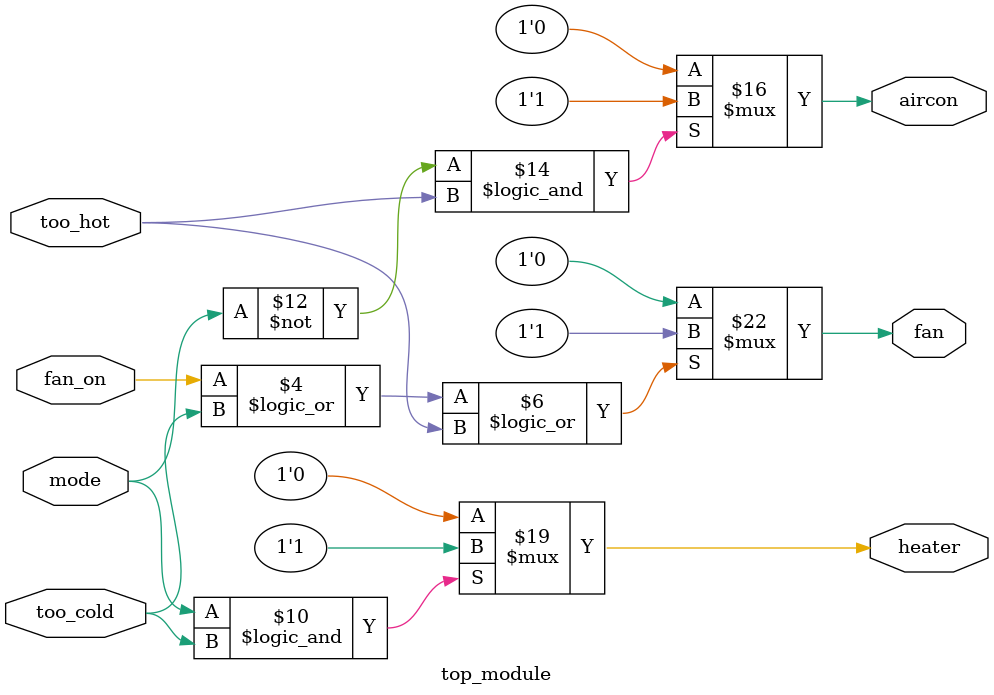
<source format=sv>
module top_module(
	input mode,
	input too_cold, 
	input too_hot,
	input fan_on,
	output heater,
	output aircon,
	output fan
);

    reg fan, heater, aircon;

    // Control the fan
    always @*
    begin
        if (fan_on == 1'b1 || too_cold == 1'b1 || too_hot == 1'b1)
            fan = 1'b1;
        else
            fan = 1'b0;
    end

    // Control the heater
    always @*
    begin
        if (mode == 1'b1 && too_cold == 1'b1)
            heater = 1'b1;
        else
            heater = 1'b0;
    end

    // Control the air conditioner
    always @*
    begin
        if (mode == 1'b0 && too_hot == 1'b1)
            aircon = 1'b1;
        else
            aircon = 1'b0;
    end

endmodule

</source>
